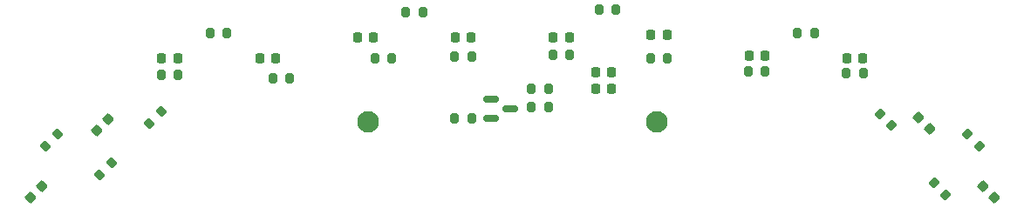
<source format=gbr>
%TF.GenerationSoftware,KiCad,Pcbnew,8.0.4*%
%TF.CreationDate,2024-11-30T14:16:15+01:00*%
%TF.ProjectId,Sensor_PCB,53656e73-6f72-45f5-9043-422e6b696361,rev?*%
%TF.SameCoordinates,Original*%
%TF.FileFunction,Soldermask,Bot*%
%TF.FilePolarity,Negative*%
%FSLAX46Y46*%
G04 Gerber Fmt 4.6, Leading zero omitted, Abs format (unit mm)*
G04 Created by KiCad (PCBNEW 8.0.4) date 2024-11-30 14:16:15*
%MOMM*%
%LPD*%
G01*
G04 APERTURE LIST*
G04 Aperture macros list*
%AMRoundRect*
0 Rectangle with rounded corners*
0 $1 Rounding radius*
0 $2 $3 $4 $5 $6 $7 $8 $9 X,Y pos of 4 corners*
0 Add a 4 corners polygon primitive as box body*
4,1,4,$2,$3,$4,$5,$6,$7,$8,$9,$2,$3,0*
0 Add four circle primitives for the rounded corners*
1,1,$1+$1,$2,$3*
1,1,$1+$1,$4,$5*
1,1,$1+$1,$6,$7*
1,1,$1+$1,$8,$9*
0 Add four rect primitives between the rounded corners*
20,1,$1+$1,$2,$3,$4,$5,0*
20,1,$1+$1,$4,$5,$6,$7,0*
20,1,$1+$1,$6,$7,$8,$9,0*
20,1,$1+$1,$8,$9,$2,$3,0*%
G04 Aperture macros list end*
%ADD10RoundRect,0.225000X0.225000X0.250000X-0.225000X0.250000X-0.225000X-0.250000X0.225000X-0.250000X0*%
%ADD11RoundRect,0.150000X-0.587500X-0.150000X0.587500X-0.150000X0.587500X0.150000X-0.587500X0.150000X0*%
%ADD12RoundRect,0.200000X0.053033X-0.335876X0.335876X-0.053033X-0.053033X0.335876X-0.335876X0.053033X0*%
%ADD13RoundRect,0.200000X0.335876X0.053033X0.053033X0.335876X-0.335876X-0.053033X-0.053033X-0.335876X0*%
%ADD14RoundRect,0.200000X0.200000X0.275000X-0.200000X0.275000X-0.200000X-0.275000X0.200000X-0.275000X0*%
%ADD15RoundRect,0.200000X-0.200000X-0.275000X0.200000X-0.275000X0.200000X0.275000X-0.200000X0.275000X0*%
%ADD16RoundRect,0.225000X-0.225000X-0.250000X0.225000X-0.250000X0.225000X0.250000X-0.225000X0.250000X0*%
%ADD17C,2.100000*%
%ADD18RoundRect,0.225000X-0.017678X0.335876X-0.335876X0.017678X0.017678X-0.335876X0.335876X-0.017678X0*%
%ADD19RoundRect,0.200000X-0.335876X-0.053033X-0.053033X-0.335876X0.335876X0.053033X0.053033X0.335876X0*%
%ADD20RoundRect,0.225000X-0.335876X-0.017678X-0.017678X-0.335876X0.335876X0.017678X0.017678X0.335876X0*%
G04 APERTURE END LIST*
D10*
%TO.C,C2*%
X122875000Y-53400000D03*
X121325000Y-53400000D03*
%TD*%
D11*
%TO.C,Q1*%
X113049500Y-56922000D03*
X111174500Y-57872000D03*
X111174500Y-55972000D03*
%TD*%
D10*
%TO.C,C1*%
X122900000Y-54975000D03*
X121350000Y-54975000D03*
%TD*%
D12*
%TO.C,R3*%
X73216637Y-63383363D03*
X74383363Y-62216637D03*
%TD*%
D13*
%TO.C,R20*%
X155333363Y-65333363D03*
X154166637Y-64166637D03*
%TD*%
D14*
%TO.C,R21*%
X116750000Y-56750000D03*
X115100000Y-56750000D03*
%TD*%
D15*
%TO.C,R17*%
X107675000Y-51900000D03*
X109325000Y-51900000D03*
%TD*%
%TO.C,R12*%
X121675000Y-47300000D03*
X123325000Y-47300000D03*
%TD*%
%TO.C,R4*%
X79175000Y-53600000D03*
X80825000Y-53600000D03*
%TD*%
D16*
%TO.C,C11*%
X107725000Y-50000000D03*
X109275000Y-50000000D03*
%TD*%
D10*
%TO.C,C7*%
X137775000Y-51750000D03*
X136225000Y-51750000D03*
%TD*%
D17*
%TO.C,REF\u002A\u002A*%
X127250000Y-58250000D03*
%TD*%
D15*
%TO.C,R5*%
X99925000Y-52000000D03*
X101575000Y-52000000D03*
%TD*%
D10*
%TO.C,C6*%
X118775000Y-50000000D03*
X117225000Y-50000000D03*
%TD*%
D15*
%TO.C,R13*%
X140925000Y-49575000D03*
X142575000Y-49575000D03*
%TD*%
D14*
%TO.C,R19*%
X147325000Y-53500000D03*
X145675000Y-53500000D03*
%TD*%
D15*
%TO.C,R11*%
X102925000Y-47500000D03*
X104575000Y-47500000D03*
%TD*%
D18*
%TO.C,C3*%
X67548008Y-64451992D03*
X66451992Y-65548008D03*
%TD*%
D12*
%TO.C,R15*%
X78008274Y-58341726D03*
X79175000Y-57175000D03*
%TD*%
D17*
%TO.C,REF\u002A\u002A*%
X99250000Y-58250000D03*
%TD*%
D16*
%TO.C,C10*%
X88725000Y-52000000D03*
X90275000Y-52000000D03*
%TD*%
D13*
%TO.C,R8*%
X150083363Y-58583363D03*
X148916637Y-57416637D03*
%TD*%
D19*
%TO.C,R14*%
X157416637Y-59416637D03*
X158583363Y-60583363D03*
%TD*%
D15*
%TO.C,R16*%
X90000000Y-54000000D03*
X91650000Y-54000000D03*
%TD*%
D16*
%TO.C,C4*%
X79225000Y-52000000D03*
X80775000Y-52000000D03*
%TD*%
D10*
%TO.C,C12*%
X128275000Y-49750000D03*
X126725000Y-49750000D03*
%TD*%
D16*
%TO.C,C5*%
X98225000Y-50000000D03*
X99775000Y-50000000D03*
%TD*%
D12*
%TO.C,R9*%
X67916637Y-60583363D03*
X69083363Y-59416637D03*
%TD*%
D15*
%TO.C,R23*%
X107675000Y-57900000D03*
X109325000Y-57900000D03*
%TD*%
%TO.C,R10*%
X83925000Y-49575000D03*
X85575000Y-49575000D03*
%TD*%
D14*
%TO.C,R18*%
X128325000Y-52000000D03*
X126675000Y-52000000D03*
%TD*%
D18*
%TO.C,C9*%
X74048008Y-57951992D03*
X72951992Y-59048008D03*
%TD*%
D10*
%TO.C,C13*%
X147300000Y-52000000D03*
X145750000Y-52000000D03*
%TD*%
D20*
%TO.C,C8*%
X152651992Y-57751992D03*
X153748008Y-58848008D03*
%TD*%
D14*
%TO.C,R22*%
X116750000Y-55000000D03*
X115100000Y-55000000D03*
%TD*%
%TO.C,R6*%
X118825000Y-51700000D03*
X117175000Y-51700000D03*
%TD*%
D20*
%TO.C,C14*%
X158951992Y-64451992D03*
X160048008Y-65548008D03*
%TD*%
D14*
%TO.C,R7*%
X137800000Y-53300000D03*
X136150000Y-53300000D03*
%TD*%
M02*

</source>
